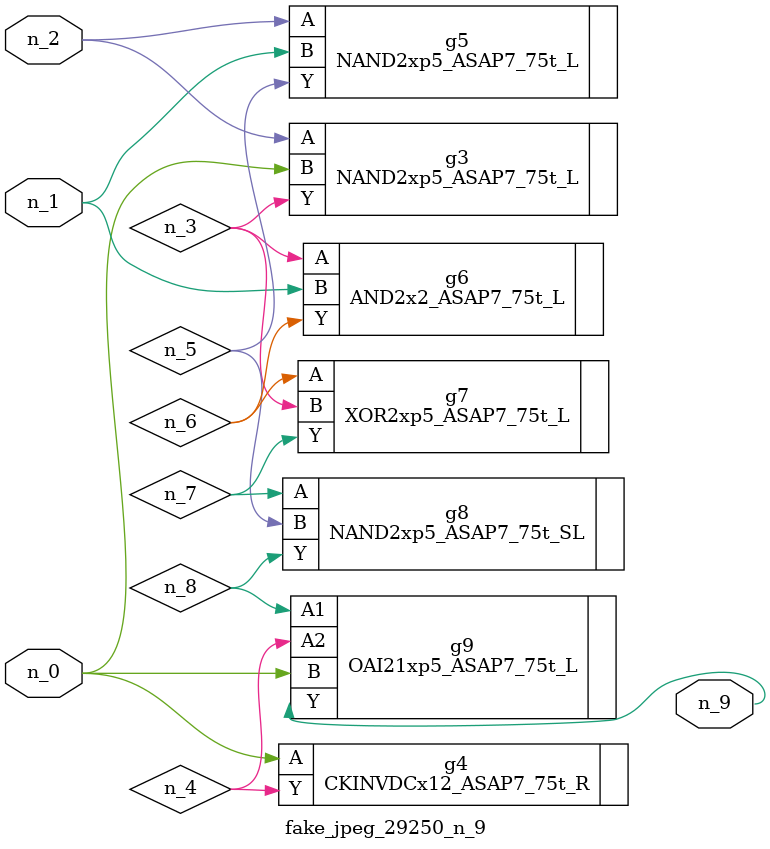
<source format=v>
module fake_jpeg_29250_n_9 (n_0, n_2, n_1, n_9);

input n_0;
input n_2;
input n_1;

output n_9;

wire n_3;
wire n_4;
wire n_8;
wire n_6;
wire n_5;
wire n_7;

NAND2xp5_ASAP7_75t_L g3 ( 
.A(n_2),
.B(n_0),
.Y(n_3)
);

CKINVDCx12_ASAP7_75t_R g4 ( 
.A(n_0),
.Y(n_4)
);

NAND2xp5_ASAP7_75t_L g5 ( 
.A(n_2),
.B(n_1),
.Y(n_5)
);

AND2x2_ASAP7_75t_L g6 ( 
.A(n_3),
.B(n_1),
.Y(n_6)
);

XOR2xp5_ASAP7_75t_L g7 ( 
.A(n_6),
.B(n_3),
.Y(n_7)
);

NAND2xp5_ASAP7_75t_SL g8 ( 
.A(n_7),
.B(n_5),
.Y(n_8)
);

OAI21xp5_ASAP7_75t_L g9 ( 
.A1(n_8),
.A2(n_4),
.B(n_0),
.Y(n_9)
);


endmodule
</source>
